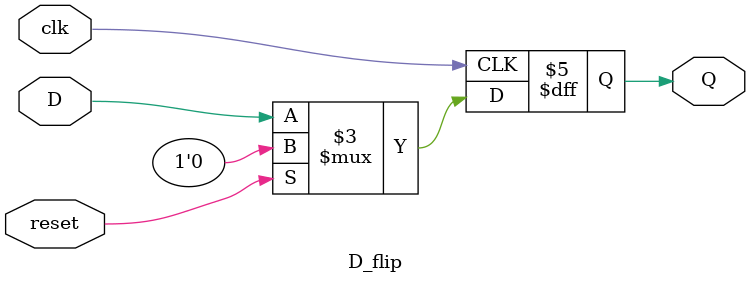
<source format=v>

module FSM (w,z,clk,reset);
input w,clk,reset;
output z;
wire Q1;

D_flip f1 (w,Q1,clk,reset);

assign z=Q1&w;
endmodule

module D_flip (D,Q,clk,reset);
input D,clk,reset;
output reg Q;
always @ (negedge clk)
begin
if(reset)
Q<=0;
else
Q<=D;
end
endmodule
</source>
